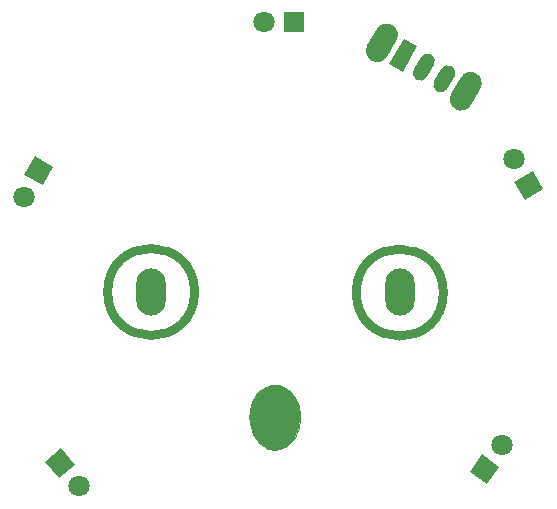
<source format=gbr>
%TF.GenerationSoftware,KiCad,Pcbnew,(5.1.8)-1*%
%TF.CreationDate,2022-03-30T16:06:01-07:00*%
%TF.ProjectId,Alpenglow_Sun_PCB,416c7065-6e67-46c6-9f77-5f53756e5f50,rev?*%
%TF.SameCoordinates,Original*%
%TF.FileFunction,Soldermask,Top*%
%TF.FilePolarity,Negative*%
%FSLAX46Y46*%
G04 Gerber Fmt 4.6, Leading zero omitted, Abs format (unit mm)*
G04 Created by KiCad (PCBNEW (5.1.8)-1) date 2022-03-30 16:06:01*
%MOMM*%
%LPD*%
G01*
G04 APERTURE LIST*
%ADD10C,0.762000*%
%ADD11C,0.010000*%
%ADD12R,1.800000X1.800000*%
%ADD13C,1.800000*%
%ADD14C,0.100000*%
%ADD15O,2.500000X4.000000*%
G04 APERTURE END LIST*
D10*
X166573288Y-89433400D02*
G75*
G03*
X166573288Y-89433400I-3683088J0D01*
G01*
X145516688Y-89382513D02*
G75*
G03*
X145516688Y-89382513I-3683088J0D01*
G01*
D11*
%TO.C,G\u002A\u002A\u002A*%
G36*
X152415948Y-97235180D02*
G01*
X152627434Y-97261866D01*
X152835199Y-97315081D01*
X153036886Y-97394940D01*
X153076539Y-97414245D01*
X153211243Y-97486971D01*
X153332040Y-97563861D01*
X153445696Y-97650059D01*
X153558978Y-97750708D01*
X153678652Y-97870952D01*
X153681939Y-97874416D01*
X153849805Y-98071718D01*
X153997810Y-98287057D01*
X154125689Y-98518162D01*
X154233176Y-98762757D01*
X154320005Y-99018570D01*
X154385910Y-99283328D01*
X154430625Y-99554756D01*
X154453884Y-99830581D01*
X154455420Y-100108530D01*
X154434969Y-100386329D01*
X154392263Y-100661705D01*
X154327036Y-100932383D01*
X154239024Y-101196091D01*
X154127959Y-101450556D01*
X154105581Y-101495043D01*
X153979432Y-101715491D01*
X153837276Y-101918058D01*
X153680743Y-102101417D01*
X153511464Y-102264238D01*
X153331069Y-102405195D01*
X153141189Y-102522959D01*
X152943455Y-102616203D01*
X152739496Y-102683599D01*
X152611667Y-102711638D01*
X152464987Y-102731562D01*
X152318408Y-102738173D01*
X152163588Y-102732401D01*
X151957988Y-102703969D01*
X151755418Y-102648531D01*
X151557564Y-102567271D01*
X151366110Y-102461373D01*
X151182741Y-102332020D01*
X151009142Y-102180397D01*
X150846997Y-102007688D01*
X150697992Y-101815076D01*
X150568125Y-101611247D01*
X150443601Y-101368063D01*
X150340942Y-101109623D01*
X150260477Y-100838913D01*
X150202534Y-100558916D01*
X150167443Y-100272618D01*
X150155533Y-99983003D01*
X150167134Y-99693058D01*
X150202573Y-99405766D01*
X150262182Y-99124113D01*
X150284736Y-99041478D01*
X150373666Y-98775499D01*
X150482547Y-98525139D01*
X150610363Y-98291827D01*
X150756097Y-98076988D01*
X150918733Y-97882053D01*
X151097254Y-97708447D01*
X151290644Y-97557600D01*
X151385167Y-97495721D01*
X151579916Y-97391461D01*
X151782725Y-97313164D01*
X151991237Y-97260942D01*
X152203097Y-97234910D01*
X152415948Y-97235180D01*
G37*
X152415948Y-97235180D02*
X152627434Y-97261866D01*
X152835199Y-97315081D01*
X153036886Y-97394940D01*
X153076539Y-97414245D01*
X153211243Y-97486971D01*
X153332040Y-97563861D01*
X153445696Y-97650059D01*
X153558978Y-97750708D01*
X153678652Y-97870952D01*
X153681939Y-97874416D01*
X153849805Y-98071718D01*
X153997810Y-98287057D01*
X154125689Y-98518162D01*
X154233176Y-98762757D01*
X154320005Y-99018570D01*
X154385910Y-99283328D01*
X154430625Y-99554756D01*
X154453884Y-99830581D01*
X154455420Y-100108530D01*
X154434969Y-100386329D01*
X154392263Y-100661705D01*
X154327036Y-100932383D01*
X154239024Y-101196091D01*
X154127959Y-101450556D01*
X154105581Y-101495043D01*
X153979432Y-101715491D01*
X153837276Y-101918058D01*
X153680743Y-102101417D01*
X153511464Y-102264238D01*
X153331069Y-102405195D01*
X153141189Y-102522959D01*
X152943455Y-102616203D01*
X152739496Y-102683599D01*
X152611667Y-102711638D01*
X152464987Y-102731562D01*
X152318408Y-102738173D01*
X152163588Y-102732401D01*
X151957988Y-102703969D01*
X151755418Y-102648531D01*
X151557564Y-102567271D01*
X151366110Y-102461373D01*
X151182741Y-102332020D01*
X151009142Y-102180397D01*
X150846997Y-102007688D01*
X150697992Y-101815076D01*
X150568125Y-101611247D01*
X150443601Y-101368063D01*
X150340942Y-101109623D01*
X150260477Y-100838913D01*
X150202534Y-100558916D01*
X150167443Y-100272618D01*
X150155533Y-99983003D01*
X150167134Y-99693058D01*
X150202573Y-99405766D01*
X150262182Y-99124113D01*
X150284736Y-99041478D01*
X150373666Y-98775499D01*
X150482547Y-98525139D01*
X150610363Y-98291827D01*
X150756097Y-98076988D01*
X150918733Y-97882053D01*
X151097254Y-97708447D01*
X151290644Y-97557600D01*
X151385167Y-97495721D01*
X151579916Y-97391461D01*
X151782725Y-97313164D01*
X151991237Y-97260942D01*
X152203097Y-97234910D01*
X152415948Y-97235180D01*
%TD*%
D12*
%TO.C,D1*%
X153924000Y-66548000D03*
D13*
X151384000Y-66548000D03*
%TD*%
D14*
%TO.C,D3*%
G36*
X175041623Y-80695023D02*
G01*
X173482777Y-81595023D01*
X172582777Y-80036177D01*
X174141623Y-79136177D01*
X175041623Y-80695023D01*
G37*
D13*
X172542200Y-78165895D03*
%TD*%
D14*
%TO.C,D2*%
G36*
X132004577Y-77891577D02*
G01*
X133563423Y-78791577D01*
X132663423Y-80350423D01*
X131104577Y-79450423D01*
X132004577Y-77891577D01*
G37*
D13*
X131064000Y-81320705D03*
%TD*%
D14*
%TO.C,D4*%
G36*
X132844051Y-103775069D02*
G01*
X134222931Y-102618051D01*
X135379949Y-103996931D01*
X134001069Y-105153949D01*
X132844051Y-103775069D01*
G37*
D13*
X135744681Y-105831753D03*
%TD*%
D14*
%TO.C,D5*%
G36*
X170274018Y-105647456D02*
G01*
X168799544Y-104615018D01*
X169831982Y-103140544D01*
X171306456Y-104172982D01*
X170274018Y-105647456D01*
G37*
D13*
X171509884Y-102313354D03*
%TD*%
D14*
%TO.C,SW1*%
G36*
X162007083Y-70099532D02*
G01*
X163257083Y-67934468D01*
X164382917Y-68584468D01*
X163132917Y-70749532D01*
X162007083Y-70099532D01*
G37*
G36*
G01*
X164064134Y-70536615D02*
X164664134Y-69497385D01*
G75*
G02*
X165552051Y-69259468I562917J-325000D01*
G01*
X165552051Y-69259468D01*
G75*
G02*
X165789968Y-70147385I-325000J-562917D01*
G01*
X165189968Y-71186615D01*
G75*
G02*
X164302051Y-71424532I-562917J325000D01*
G01*
X164302051Y-71424532D01*
G75*
G02*
X164064134Y-70536615I325000J562917D01*
G01*
G37*
G36*
G01*
X165796185Y-71536615D02*
X166396185Y-70497385D01*
G75*
G02*
X167284102Y-70259468I562917J-325000D01*
G01*
X167284102Y-70259468D01*
G75*
G02*
X167522019Y-71147385I-325000J-562917D01*
G01*
X166922019Y-72186615D01*
G75*
G02*
X166034102Y-72424532I-562917J325000D01*
G01*
X166034102Y-72424532D01*
G75*
G02*
X165796185Y-71536615I325000J562917D01*
G01*
G37*
G36*
G01*
X160153623Y-68509820D02*
X160953623Y-67124180D01*
G75*
G02*
X162251347Y-66776456I822724J-475000D01*
G01*
X162251347Y-66776456D01*
G75*
G02*
X162599071Y-68074180I-475000J-822724D01*
G01*
X161799071Y-69459820D01*
G75*
G02*
X160501347Y-69807544I-822724J475000D01*
G01*
X160501347Y-69807544D01*
G75*
G02*
X160153623Y-68509820I475000J822724D01*
G01*
G37*
G36*
G01*
X167255031Y-72609820D02*
X168055031Y-71224180D01*
G75*
G02*
X169352755Y-70876456I822724J-475000D01*
G01*
X169352755Y-70876456D01*
G75*
G02*
X169700479Y-72174180I-475000J-822724D01*
G01*
X168900479Y-73559820D01*
G75*
G02*
X167602755Y-73907544I-822724J475000D01*
G01*
X167602755Y-73907544D01*
G75*
G02*
X167255031Y-72609820I475000J822724D01*
G01*
G37*
%TD*%
D15*
%TO.C,BT1*%
X162941000Y-89408000D03*
X141859000Y-89408000D03*
%TD*%
M02*

</source>
